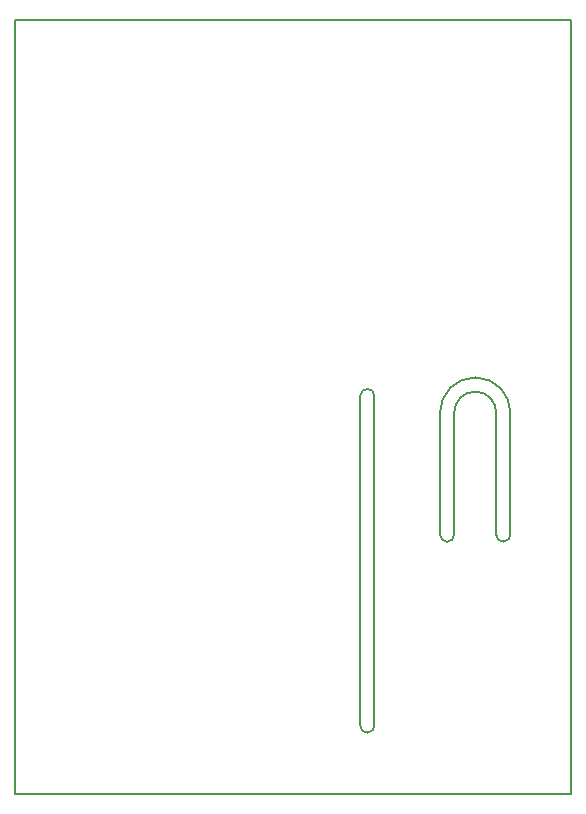
<source format=gm1>
G04 #@! TF.FileFunction,Profile,NP*
%FSLAX46Y46*%
G04 Gerber Fmt 4.6, Leading zero omitted, Abs format (unit mm)*
G04 Created by KiCad (PCBNEW 4.0.6) date 10/30/17 11:30:06*
%MOMM*%
%LPD*%
G01*
G04 APERTURE LIST*
%ADD10C,0.025400*%
%ADD11C,0.150000*%
G04 APERTURE END LIST*
D10*
D11*
X170760000Y-80780000D02*
X170760000Y-91070000D01*
X171960000Y-80810000D02*
X171960000Y-91040000D01*
X170759260Y-91066460D02*
G75*
G03X171960000Y-91040000I600740J-3540D01*
G01*
X171958838Y-80813206D02*
G75*
G03X166000000Y-80730000I-2978838J83206D01*
G01*
X170759306Y-80779701D02*
G75*
G03X167200000Y-80730000I-1779306J49701D01*
G01*
X166000936Y-91036507D02*
G75*
G03X167200000Y-91070000I599064J-33493D01*
G01*
X166000000Y-80730000D02*
X166000000Y-91070000D01*
X167200000Y-80730000D02*
X167200000Y-91070000D01*
X159249260Y-107236460D02*
G75*
G03X160450000Y-107210000I600740J-3540D01*
G01*
X160450000Y-79310000D02*
X160450000Y-107220000D01*
X159250000Y-79320000D02*
X159250000Y-107220000D01*
X160450000Y-79320000D02*
G75*
G03X159250000Y-79320000I-600000J0D01*
G01*
X177100000Y-47500000D02*
X130000000Y-47500000D01*
X177100000Y-47500000D02*
X177100000Y-113000000D01*
X130000000Y-113000000D02*
X177100000Y-113000000D01*
X130000000Y-47500000D02*
X130000000Y-113000000D01*
M02*

</source>
